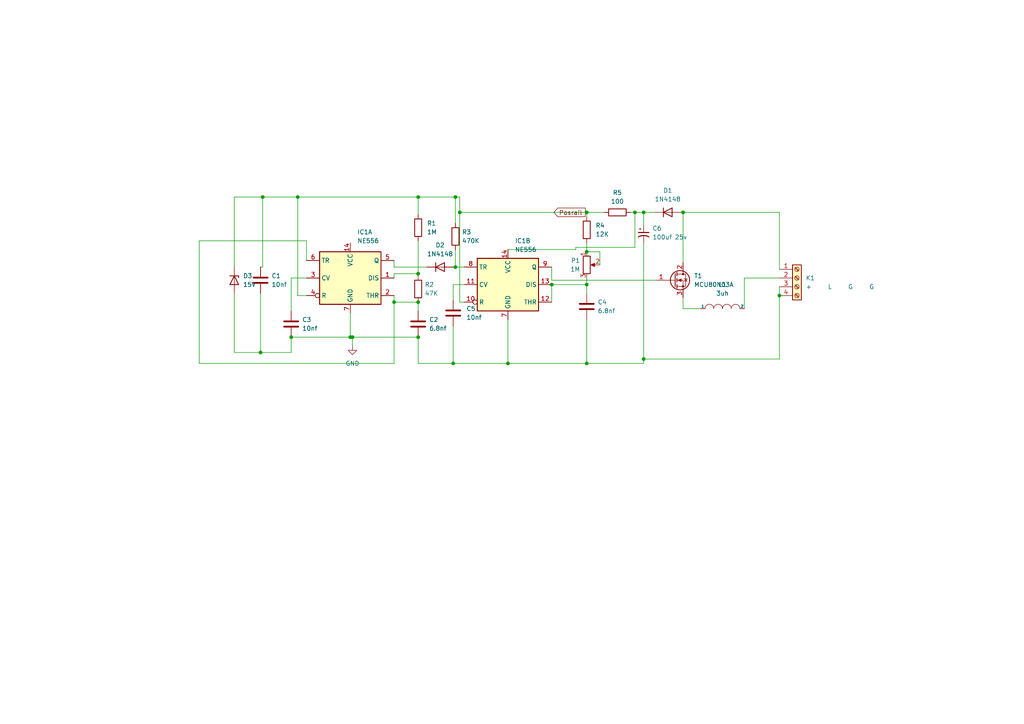
<source format=kicad_sch>
(kicad_sch (version 20211123) (generator eeschema)
  (paper "A4")
  (lib_symbols
    (symbol "Connector:Screw_Terminal_01x04" (pin_names (offset 1.016) hide)
      (property "Reference" "J" (at 0 5.08 0))
      (property "Value" "Screw_Terminal_01x04" (at 0 -7.62 0))
      (symbol "Screw_Terminal_01x04_1_1"
        (rectangle (start -1.27 3.81) (end 1.27 -6.35) (stroke (width 0.254)) (fill (type background)))
        (circle (center 0 -5.08) (radius 0.635) (stroke (width 0.1524)))
        (circle (center 0 -2.54) (radius 0.635) (stroke (width 0.1524)))
        (polyline (pts (xy -0.5334 -4.7498) (xy 0.3302 -5.588)) (stroke (width 0.1524)))
        (polyline (pts (xy -0.5334 -2.2098) (xy 0.3302 -3.048)) (stroke (width 0.1524)))
        (polyline (pts (xy -0.5334 0.3302) (xy 0.3302 -0.508)) (stroke (width 0.1524)))
        (polyline (pts (xy -0.5334 2.8702) (xy 0.3302 2.032)) (stroke (width 0.1524)))
        (polyline (pts (xy -0.3556 -4.572) (xy 0.508 -5.4102)) (stroke (width 0.1524)))
        (polyline (pts (xy -0.3556 -2.032) (xy 0.508 -2.8702)) (stroke (width 0.1524)))
        (polyline (pts (xy -0.3556 0.508) (xy 0.508 -0.3302)) (stroke (width 0.1524)))
        (polyline (pts (xy -0.3556 3.048) (xy 0.508 2.2098)) (stroke (width 0.1524)))
        (circle (center 0 0) (radius 0.635) (stroke (width 0.1524)))
        (circle (center 0 2.54) (radius 0.635) (stroke (width 0.1524)))
        (pin passive line (at -5.08 2.54 0) (length 3.81) (name "Pin_1") (number "1"))
        (pin passive line (at -5.08 0 0) (length 3.81) (name "Pin_2") (number "2"))
        (pin passive line (at -5.08 -2.54 0) (length 3.81) (name "Pin_3") (number "3"))
        (pin passive line (at -5.08 -5.08 0) (length 3.81) (name "Pin_4") (number "4"))
      )
    )
    (symbol "Device:C" (pin_numbers hide) (pin_names (offset 0.254))
      (property "Reference" "C" (at 0.635 2.54 0))
      (property "Value" "C" (at 0.635 -2.54 0))
      (symbol "C_0_1"
        (polyline (pts (xy -2.032 -0.762) (xy 2.032 -0.762)) (stroke (width 0.508)))
        (polyline (pts (xy -2.032 0.762) (xy 2.032 0.762)) (stroke (width 0.508)))
      )
      (symbol "C_1_1"
        (pin passive line (at 0 3.81 270) (length 2.794) (name "~") (number "1"))
        (pin passive line (at 0 -3.81 90) (length 2.794) (name "~") (number "2"))
      )
    )
    (symbol "Device:C_Polarized_Small_US" (pin_numbers hide) (pin_names (offset 0.254) hide)
      (property "Reference" "C" (at 0.254 1.778 0))
      (property "Value" "C_Polarized_Small_US" (at 0.254 -2.032 0))
      (symbol "C_Polarized_Small_US_0_1"
        (polyline (pts (xy -1.524 0.508) (xy 1.524 0.508)) (stroke (width 0.3048)))
        (polyline (pts (xy -1.27 1.524) (xy -0.762 1.524)))
        (polyline (pts (xy -1.016 1.27) (xy -1.016 1.778)))
        (arc (start 1.524 -0.762) (mid 0 -0.3734) (end -1.524 -0.762) (stroke (width 0.3048)))
      )
      (symbol "C_Polarized_Small_US_1_1"
        (pin passive line (at 0 2.54 270) (length 2.032) (name "~") (number "1"))
        (pin passive line (at 0 -2.54 90) (length 2.032) (name "~") (number "2"))
      )
    )
    (symbol "Device:D_Zener" (pin_numbers hide) (pin_names (offset 1.016) hide)
      (property "Reference" "D" (at 0 2.54 0))
      (property "Value" "D_Zener" (at 0 -2.54 0))
      (symbol "D_Zener_0_1"
        (polyline (pts (xy 1.27 0) (xy -1.27 0)))
        (polyline (pts (xy -1.27 -1.27) (xy -1.27 1.27) (xy -0.762 1.27)) (stroke (width 0.254)))
        (polyline (pts (xy 1.27 -1.27) (xy 1.27 1.27) (xy -1.27 0) (xy 1.27 -1.27)) (stroke (width 0.254)))
      )
      (symbol "D_Zener_1_1"
        (pin passive line (at -3.81 0 0) (length 2.54) (name "K") (number "1"))
        (pin passive line (at 3.81 0 180) (length 2.54) (name "A") (number "2"))
      )
    )
    (symbol "Device:Q_NMOS_GDS" (pin_names (offset 0) hide)
      (property "Reference" "Q" (at 5.08 1.27 0))
      (property "Value" "Q_NMOS_GDS" (at 5.08 -1.27 0))
      (symbol "Q_NMOS_GDS_0_1"
        (polyline (pts (xy 0.254 0) (xy -2.54 0)))
        (polyline (pts (xy 0.254 1.905) (xy 0.254 -1.905)) (stroke (width 0.254)))
        (polyline (pts (xy 0.762 -1.27) (xy 0.762 -2.286)) (stroke (width 0.254)))
        (polyline (pts (xy 0.762 0.508) (xy 0.762 -0.508)) (stroke (width 0.254)))
        (polyline (pts (xy 0.762 2.286) (xy 0.762 1.27)) (stroke (width 0.254)))
        (polyline (pts (xy 2.54 2.54) (xy 2.54 1.778)))
        (polyline (pts (xy 2.54 -2.54) (xy 2.54 0) (xy 0.762 0)))
        (polyline (pts (xy 0.762 -1.778) (xy 3.302 -1.778) (xy 3.302 1.778) (xy 0.762 1.778)))
        (polyline (pts (xy 1.016 0) (xy 2.032 0.381) (xy 2.032 -0.381) (xy 1.016 0)) (fill (type outline)))
        (polyline (pts (xy 2.794 0.508) (xy 2.921 0.381) (xy 3.683 0.381) (xy 3.81 0.254)))
        (polyline (pts (xy 3.302 0.381) (xy 2.921 -0.254) (xy 3.683 -0.254) (xy 3.302 0.381)))
        (circle (center 1.651 0) (radius 2.794) (stroke (width 0.254)))
        (circle (center 2.54 -1.778) (radius 0.254) (fill (type outline)))
        (circle (center 2.54 1.778) (radius 0.254) (fill (type outline)))
      )
      (symbol "Q_NMOS_GDS_1_1"
        (pin input line (at -5.08 0 0) (length 2.54) (name "G") (number "1"))
        (pin passive line (at 2.54 5.08 270) (length 2.54) (name "D") (number "2"))
        (pin passive line (at 2.54 -5.08 90) (length 2.54) (name "S") (number "3"))
      )
    )
    (symbol "Device:R" (pin_numbers hide) (pin_names (offset 0))
      (property "Reference" "R" (at 2.032 0 90))
      (property "Value" "R" (at 0 0 90))
      (symbol "R_0_1"
        (rectangle (start -1.016 -2.54) (end 1.016 2.54) (stroke (width 0.254)))
      )
      (symbol "R_1_1"
        (pin passive line (at 0 3.81 270) (length 1.27) (name "~") (number "1"))
        (pin passive line (at 0 -3.81 90) (length 1.27) (name "~") (number "2"))
      )
    )
    (symbol "Device:R_Potentiometer" (pin_names (offset 1.016) hide)
      (property "Reference" "RV" (at -4.445 0 90))
      (property "Value" "R_Potentiometer" (at -2.54 0 90))
      (symbol "R_Potentiometer_0_1"
        (polyline (pts (xy 2.54 0) (xy 1.524 0)))
        (polyline (pts (xy 1.143 0) (xy 2.286 0.508) (xy 2.286 -0.508) (xy 1.143 0)) (fill (type outline)))
        (rectangle (start 1.016 2.54) (end -1.016 -2.54) (stroke (width 0.254)))
      )
      (symbol "R_Potentiometer_1_1"
        (pin passive line (at 0 3.81 270) (length 1.27) (name "1") (number "1"))
        (pin passive line (at 3.81 0 180) (length 1.27) (name "2") (number "2"))
        (pin passive line (at 0 -3.81 90) (length 1.27) (name "3") (number "3"))
      )
    )
    (symbol "Diode:1N4148" (pin_numbers hide) (pin_names (offset 1.016) hide)
      (property "Reference" "D" (at 0 2.54 0))
      (property "Value" "1N4148" (at 0 -2.54 0))
      (symbol "1N4148_0_1"
        (polyline (pts (xy -1.27 1.27) (xy -1.27 -1.27)) (stroke (width 0.254)))
        (polyline (pts (xy 1.27 0) (xy -1.27 0)))
        (polyline (pts (xy 1.27 1.27) (xy 1.27 -1.27) (xy -1.27 0) (xy 1.27 1.27)) (stroke (width 0.254)))
      )
      (symbol "1N4148_1_1"
        (pin passive line (at -3.81 0 0) (length 2.54) (name "K") (number "1"))
        (pin passive line (at 3.81 0 180) (length 2.54) (name "A") (number "2"))
      )
    )
    (symbol "Timer:NE556"
      (property "Reference" "U" (at -10.16 8.89 0))
      (property "Value" "NE556" (at -10.16 -8.89 0))
      (symbol "NE556_0_0"
        (pin power_in line (at 0 10.16 270) (length 2.54) (name "VCC") (number "14"))
        (pin power_in line (at 0 -10.16 90) (length 2.54) (name "GND") (number "7"))
      )
      (symbol "NE556_0_1"
        (rectangle (start -8.89 -7.62) (end 8.89 7.62) (stroke (width 0.254)) (fill (type background)))
        (rectangle (start -8.89 -7.62) (end 8.89 7.62) (stroke (width 0.254)) (fill (type background)))
      )
      (symbol "NE556_1_1"
        (pin input line (at 12.7 0 180) (length 3.81) (name "DIS") (number "1"))
        (pin input line (at 12.7 -5.08 180) (length 3.81) (name "THR") (number "2"))
        (pin input line (at -12.7 0 0) (length 3.81) (name "CV") (number "3"))
        (pin input inverted (at -12.7 -5.08 0) (length 3.81) (name "R") (number "4"))
        (pin output line (at 12.7 5.08 180) (length 3.81) (name "Q") (number "5"))
        (pin input line (at -12.7 5.08 0) (length 3.81) (name "TR") (number "6"))
      )
      (symbol "NE556_2_1"
        (pin input inverted (at -12.7 -5.08 0) (length 3.81) (name "R") (number "10"))
        (pin input line (at -12.7 0 0) (length 3.81) (name "CV") (number "11"))
        (pin input line (at 12.7 -5.08 180) (length 3.81) (name "THR") (number "12"))
        (pin input line (at 12.7 0 180) (length 3.81) (name "DIS") (number "13"))
        (pin input line (at -12.7 5.08 0) (length 3.81) (name "TR") (number "8"))
        (pin output line (at 12.7 5.08 180) (length 3.81) (name "Q") (number "9"))
      )
    )
    (symbol "power:GND" (power) (pin_names (offset 0))
      (property "Value" "GND" (at 0 -3.81 0))
      (symbol "GND_0_1"
        (polyline (pts (xy 0 0) (xy 0 -1.27) (xy 1.27 -1.27) (xy 0 -2.54) (xy -1.27 -1.27) (xy 0 -1.27)))
      )
      (symbol "GND_1_1"
        (pin power_in line (at 0 0 270) (length 0) hide (name "GND") (number "1"))
      )
    )
    (symbol "pspice:INDUCTOR" (pin_numbers hide) (pin_names (offset 0))
      (property "Reference" "L" (at 0 2.54 0))
      (property "Value" "INDUCTOR" (at 0 -1.27 0))
      (symbol "INDUCTOR_0_1"
        (arc (start -2.54 0) (mid -3.81 1.27) (end -5.08 0))
        (arc (start 0 0) (mid -1.27 1.27) (end -2.54 0))
        (arc (start 2.54 0) (mid 1.27 1.27) (end 0 0))
        (arc (start 5.08 0) (mid 3.81 1.27) (end 2.54 0))
      )
      (symbol "INDUCTOR_1_1"
        (pin input line (at -6.35 0 0) (length 1.27) (name "1") (number "1"))
        (pin input line (at 6.35 0 180) (length 1.27) (name "2") (number "2"))
      )
    )
  )
  (junction (at 132.08 57.15))
  (junction (at 147.32 105.41))
  (junction (at 186.69 61.595))
  (junction (at 114.3 87.63))
  (junction (at 76.2 57.15))
  (junction (at 160.02 82.55))
  (junction (at 184.15 61.595))
  (junction (at 186.69 104.14))
  (junction (at 86.36 57.15))
  (junction (at 170.18 61.595))
  (junction (at 133.35 61.595))
  (junction (at 198.12 61.595))
  (junction (at 84.455 97.79))
  (junction (at 170.18 82.55))
  (junction (at 170.18 105.41))
  (junction (at 170.18 73.025))
  (junction (at 75.565 102.235))
  (junction (at 226.06 85.725))
  (junction (at 131.445 105.41))
  (junction (at 102.235 97.79))
  (junction (at 121.285 57.15))
  (junction (at 121.285 97.79))
  (junction (at 121.285 79.375))
  (junction (at 101.6 97.79))
  (junction (at 121.285 87.63))
  (junction (at 132.08 77.47))
  (wire (pts (xy 167.005 71.755) (xy 184.15 71.755)))
  (wire (pts (xy 114.3 75.565) (xy 114.3 77.47)))
  (wire (pts (xy 121.285 69.85) (xy 121.285 79.375)))
  (wire (pts (xy 114.3 79.375) (xy 121.285 79.375)))
  (wire (pts (xy 170.18 92.71) (xy 170.18 105.41)))
  (wire (pts (xy 86.36 57.15) (xy 86.36 85.725)))
  (wire (pts (xy 114.3 87.63) (xy 114.3 105.41)))
  (wire (pts (xy 170.18 105.41) (xy 147.32 105.41)))
  (wire (pts (xy 67.945 57.15) (xy 76.2 57.15)))
  (wire (pts (xy 84.455 80.645) (xy 88.9 80.645)))
  (wire (pts (xy 226.06 83.185) (xy 226.06 85.725)))
  (wire (pts (xy 76.2 57.15) (xy 76.2 77.47)))
  (wire (pts (xy 173.99 76.835) (xy 173.99 73.025)))
  (wire (pts (xy 67.945 102.235) (xy 75.565 102.235)))
  (wire (pts (xy 121.285 97.79) (xy 121.285 105.41)))
  (wire (pts (xy 84.455 102.235) (xy 84.455 97.79)))
  (wire (pts (xy 133.35 87.63) (xy 133.35 61.595)))
  (wire (pts (xy 170.18 80.645) (xy 170.18 82.55)))
  (wire (pts (xy 134.62 87.63) (xy 133.35 87.63)))
  (wire (pts (xy 147.32 72.39) (xy 167.005 72.39)))
  (wire (pts (xy 198.12 89.535) (xy 203.2 89.535)))
  (wire (pts (xy 133.35 61.595) (xy 170.18 61.595)))
  (wire (pts (xy 57.785 69.85) (xy 88.9 69.85)))
  (wire (pts (xy 170.18 70.485) (xy 170.18 73.025)))
  (wire (pts (xy 132.08 57.15) (xy 121.285 57.15)))
  (wire (pts (xy 101.6 90.805) (xy 101.6 97.79)))
  (wire (pts (xy 102.235 97.79) (xy 102.235 100.33)))
  (wire (pts (xy 102.235 97.79) (xy 121.285 97.79)))
  (wire (pts (xy 160.02 82.55) (xy 160.02 87.63)))
  (wire (pts (xy 57.785 105.41) (xy 57.785 69.85)))
  (wire (pts (xy 75.565 85.09) (xy 75.565 102.235)))
  (wire (pts (xy 160.02 81.28) (xy 190.5 81.28)))
  (wire (pts (xy 182.88 61.595) (xy 184.15 61.595)))
  (wire (pts (xy 215.9 89.535) (xy 215.9 80.645)))
  (wire (pts (xy 170.18 82.55) (xy 170.18 85.09)))
  (wire (pts (xy 167.005 72.39) (xy 167.005 71.755)))
  (wire (pts (xy 132.08 77.47) (xy 134.62 77.47)))
  (wire (pts (xy 131.445 82.55) (xy 131.445 86.995)))
  (wire (pts (xy 75.565 102.235) (xy 84.455 102.235)))
  (wire (pts (xy 86.36 57.15) (xy 121.285 57.15)))
  (wire (pts (xy 84.455 97.79) (xy 101.6 97.79)))
  (wire (pts (xy 67.945 85.09) (xy 67.945 102.235)))
  (wire (pts (xy 170.18 61.595) (xy 170.18 62.865)))
  (wire (pts (xy 121.285 79.375) (xy 121.285 80.01)))
  (wire (pts (xy 186.69 104.14) (xy 186.69 105.41)))
  (wire (pts (xy 131.445 94.615) (xy 131.445 105.41)))
  (wire (pts (xy 88.9 69.85) (xy 88.9 75.565)))
  (wire (pts (xy 184.15 61.595) (xy 186.69 61.595)))
  (wire (pts (xy 88.9 85.725) (xy 86.36 85.725)))
  (wire (pts (xy 131.445 77.47) (xy 132.08 77.47)))
  (wire (pts (xy 114.3 80.645) (xy 114.3 79.375)))
  (wire (pts (xy 198.12 61.595) (xy 226.06 61.595)))
  (wire (pts (xy 198.12 61.595) (xy 198.12 76.2)))
  (wire (pts (xy 197.485 61.595) (xy 198.12 61.595)))
  (wire (pts (xy 186.69 61.595) (xy 186.69 65.405)))
  (wire (pts (xy 76.2 57.15) (xy 86.36 57.15)))
  (wire (pts (xy 198.12 86.36) (xy 198.12 89.535)))
  (wire (pts (xy 226.06 85.725) (xy 226.06 104.14)))
  (wire (pts (xy 114.3 85.725) (xy 114.3 87.63)))
  (wire (pts (xy 121.285 105.41) (xy 131.445 105.41)))
  (wire (pts (xy 132.08 72.39) (xy 132.08 77.47)))
  (wire (pts (xy 160.02 77.47) (xy 160.02 81.28)))
  (wire (pts (xy 67.945 77.47) (xy 67.945 57.15)))
  (wire (pts (xy 226.06 61.595) (xy 226.06 78.105)))
  (wire (pts (xy 114.3 77.47) (xy 123.825 77.47)))
  (wire (pts (xy 186.69 70.485) (xy 186.69 104.14)))
  (wire (pts (xy 147.32 92.71) (xy 147.32 105.41)))
  (wire (pts (xy 215.9 80.645) (xy 226.06 80.645)))
  (wire (pts (xy 133.35 57.15) (xy 132.08 57.15)))
  (wire (pts (xy 121.285 57.15) (xy 121.285 62.23)))
  (wire (pts (xy 131.445 82.55) (xy 134.62 82.55)))
  (wire (pts (xy 132.08 64.77) (xy 132.08 57.15)))
  (wire (pts (xy 133.35 61.595) (xy 133.35 57.15)))
  (wire (pts (xy 173.99 73.025) (xy 170.18 73.025)))
  (wire (pts (xy 186.69 104.14) (xy 226.06 104.14)))
  (wire (pts (xy 121.285 87.63) (xy 121.285 90.17)))
  (wire (pts (xy 186.69 61.595) (xy 189.865 61.595)))
  (wire (pts (xy 76.2 77.47) (xy 75.565 77.47)))
  (wire (pts (xy 114.3 87.63) (xy 121.285 87.63)))
  (wire (pts (xy 114.3 105.41) (xy 57.785 105.41)))
  (wire (pts (xy 184.15 71.755) (xy 184.15 61.595)))
  (wire (pts (xy 160.02 82.55) (xy 170.18 82.55)))
  (wire (pts (xy 101.6 97.79) (xy 102.235 97.79)))
  (wire (pts (xy 84.455 90.17) (xy 84.455 80.645)))
  (wire (pts (xy 175.26 61.595) (xy 170.18 61.595)))
  (wire (pts (xy 147.32 105.41) (xy 131.445 105.41)))
  (wire (pts (xy 186.69 105.41) (xy 170.18 105.41)))
  (global_label "Posrail" (shape input) (at 160.655 61.595 0) (property "Intersheet References" "${INTERSHEET_REFS}" (effects hide)))
  (symbol (lib_id "Diode:1N4148") (at 127.635 77.47 0) (unit 1)
    (property "Reference" "D2" (at 127.635 71.12 0))
    (property "Value" "1N4148" (at 127.635 73.66 0))
    (property "Footprint" "Diode_SMD:D_SOD-323" (effects hide))
    (property "Datasheet" "https://assets.nexperia.com/documents/data-sheet/1N4148_1N4448.pdf" (effects hide))
    (property "Mouser Part Number" "833-1N4148WX-TP" (effects hide))
  )
  (symbol (lib_id "Device:R") (at 179.07 61.595 90) (unit 1)
    (property "Reference" "R5" (at 179.07 55.88 90))
    (property "Value" "100" (at 179.07 58.42 90))
    (property "Footprint" "Resistor_SMD:R_0805_2012Metric" (effects hide))
    (property "Mouser Part Number" "603-RC0805FR-07100RP" (effects hide))
  )
  (symbol (lib_id "Timer:NE556") (at 147.32 82.55 0) (unit 2)
    (property "Reference" "IC1" (at 149.3394 69.85 0) (effects (justify left)))
    (property "Value" "NE556" (at 149.3394 72.39 0) (effects (justify left)))
    (property "Datasheet" "http://www.ti.com/lit/ds/symlink/ne556.pdf" (effects hide))
  )
  (symbol (lib_id "pspice:INDUCTOR") (at 209.55 89.535 0) (unit 1)
    (property "Reference" "L1" (at 209.55 82.55 0))
    (property "Value" "3uh" (at 209.55 85.09 0))
    (property "Footprint" "Inductor_SMD:L_Bourns-SRU1028_10.0x10.0mm" (effects hide))
    (property "Mouser Part Number" "652-SRU1048-3R0Y" (effects hide))
  )
  (symbol (lib_id "Timer:NE556") (at 101.6 80.645 0) (unit 1)
    (property "Reference" "IC1" (at 103.6194 67.31 0) (effects (justify left)))
    (property "Value" "NE556" (at 103.6194 69.85 0) (effects (justify left)))
    (property "Footprint" "Package_SO:SOIC-14_3.9x8.7mm_P1.27mm" (effects hide))
    (property "Datasheet" "http://www.ti.com/lit/ds/symlink/ne556.pdf" (effects hide))
    (property "Mouser Part Number" "511-TS556IDTTR" (effects hide))
  )
  (symbol (lib_id "Device:R") (at 121.285 66.04 0) (unit 1)
    (property "Reference" "R1" (at 123.825 64.7699 0) (effects (justify left)))
    (property "Value" "1M" (at 123.825 67.3099 0) (effects (justify left)))
    (property "Footprint" "Resistor_SMD:R_0603_1608Metric" (effects hide))
    (property "Mouser Part Number" "603-RC0603FR-071ML" (effects hide))
  )
  (symbol (lib_id "Device:R") (at 121.285 83.82 0) (unit 1)
    (property "Reference" "R2" (at 123.19 82.5499 0) (effects (justify left)))
    (property "Value" "47K" (at 123.19 85.0899 0) (effects (justify left)))
    (property "Footprint" "Resistor_SMD:R_0603_1608Metric" (effects hide))
    (property "Mouser Part Number" "603-AC0603FR-1347KL" (effects hide))
  )
  (symbol (lib_id "Device:Q_NMOS_GDS") (at 195.58 81.28 0) (unit 1)
    (property "Reference" "T1" (at 201.295 80.0099 0) (effects (justify left)))
    (property "Value" "MCU80N03A" (at 201.295 82.5499 0) (effects (justify left)))
    (property "Footprint" "Package_TO_SOT_SMD:TO-252-3_TabPin2" (effects hide))
    (property "Mouser Part Number" "833-MCU80N03A-TP" (effects hide))
  )
  (symbol (lib_id "Device:R") (at 132.08 68.58 0) (unit 1)
    (property "Reference" "R3" (at 133.985 67.3099 0) (effects (justify left)))
    (property "Value" "470K" (at 133.985 69.8499 0) (effects (justify left)))
    (property "Footprint" "Resistor_SMD:R_0603_1608Metric" (effects hide))
    (property "Mouser Part Number" "603-RC0603FR-10470KL" (effects hide))
  )
  (symbol (lib_id "Device:C") (at 84.455 93.98 0) (unit 1)
    (property "Reference" "C3" (at 87.63 92.7099 0) (effects (justify left)))
    (property "Value" "10nf" (at 87.63 95.2499 0) (effects (justify left)))
    (property "Footprint" "Capacitor_SMD:C_0603_1608Metric" (effects hide))
    (property "Mouser Part Number" "80-C0603C103J5RAC" (effects hide))
  )
  (symbol (lib_id "Device:R_Potentiometer") (at 170.18 76.835 0) (unit 1)
    (property "Reference" "P1" (at 168.275 75.5649 0) (effects (justify right)))
    (property "Value" "1M" (at 168.275 78.1049 0) (effects (justify right)))
    (property "Footprint" "Potentiometer_SMD:Potentiometer_Bourns_3314J_Vertical" (effects hide))
    (property "Mouser Part Number" "652-3314J-1-105E" (effects hide))
  )
  (symbol (lib_id "Device:R") (at 170.18 66.675 0) (unit 1)
    (property "Reference" "R4" (at 172.72 65.4049 0) (effects (justify left)))
    (property "Value" "12K" (at 172.72 67.9449 0) (effects (justify left)))
    (property "Footprint" "Resistor_SMD:R_0603_1608Metric" (effects hide))
    (property "Mouser Part Number" "603-AC0603FR-0712KL" (effects hide))
  )
  (symbol (lib_id "Device:C") (at 170.18 88.9 0) (unit 1)
    (property "Reference" "C4" (at 173.355 87.6299 0) (effects (justify left)))
    (property "Value" "6.8nf" (at 173.355 90.1699 0) (effects (justify left)))
    (property "Footprint" "Capacitor_SMD:C_0603_1608Metric" (effects hide))
    (property "Mouser Part Number" "80-C0603C103J5RAC" (effects hide))
  )
  (symbol (lib_id "Connector:Screw_Terminal_01x04") (at 231.14 80.645 0) (unit 1)
    (property "Reference" "K1" (at 233.68 80.6449 0) (effects (justify left)))
    (property "Value" "+     L     G     G" (at 233.68 83.1849 0) (effects (justify left)))
    (property "Footprint" "TerminalBlock_Phoenix:TerminalBlock_Phoenix_MKDS-1,5-4-5.08_1x04_P5.08mm_Horizontal" (effects hide))
    (property "Mouser Part Number" "651-1715747" (effects hide))
  )
  (symbol (lib_id "Device:C_Polarized_Small_US") (at 186.69 67.945 0) (unit 1)
    (property "Reference" "C6" (at 189.23 66.2431 0) (effects (justify left)))
    (property "Value" "100uf 25v" (at 189.23 68.7831 0) (effects (justify left)))
    (property "Footprint" "Capacitor_Tantalum_SMD:CP_EIA-7343-31_Kemet-D" (effects hide))
    (property "Mouser Part Number" "80-T521D107M25AT7280" (effects hide))
  )
  (symbol (lib_id "power:GND") (at 102.235 100.33 0) (unit 1)
    (property "Reference" "#PWR0101" (effects hide))
    (property "Value" "GND" (at 102.235 105.41 0))
  )
  (symbol (lib_id "Device:C") (at 121.285 93.98 0) (unit 1)
    (property "Reference" "C2" (at 124.46 92.7099 0) (effects (justify left)))
    (property "Value" "6.8nf" (at 124.46 95.2499 0) (effects (justify left)))
    (property "Footprint" "Capacitor_SMD:C_0603_1608Metric" (effects hide))
    (property "Mouser Part Number" "80-C0603C682K5R" (effects hide))
  )
  (symbol (lib_id "Device:D_Zener") (at 67.945 81.28 270) (unit 1)
    (property "Reference" "D3" (at 70.485 80.0099 90) (effects (justify left)))
    (property "Value" "15V" (at 70.485 82.5499 90) (effects (justify left)))
    (property "Footprint" "Diode_SMD:D_SOD-123" (effects hide))
    (property "Mouser Part Number" "833-MMSZ4702-TP" (effects hide))
  )
  (symbol (lib_id "Diode:1N4148") (at 193.675 61.595 0) (unit 1)
    (property "Reference" "D1" (at 193.675 55.245 0))
    (property "Value" "1N4148" (at 193.675 57.785 0))
    (property "Footprint" "Diode_SMD:D_SOD-323" (effects hide))
    (property "Datasheet" "https://assets.nexperia.com/documents/data-sheet/1N4148_1N4448.pdf" (effects hide))
    (property "Mouser Part Number" "833-1N4148WX-TP" (effects hide))
  )
  (symbol (lib_id "Device:C") (at 131.445 90.805 0) (unit 1)
    (property "Reference" "C5" (at 135.255 89.5349 0) (effects (justify left)))
    (property "Value" "10nf" (at 135.255 92.0749 0) (effects (justify left)))
    (property "Footprint" "Capacitor_SMD:C_0603_1608Metric" (effects hide))
    (property "Mouser Part Number" "80-C0603C103J5RAC" (effects hide))
  )
  (symbol (lib_id "Device:C") (at 75.565 81.28 0) (unit 1)
    (property "Reference" "C1" (at 78.74 80.0099 0) (effects (justify left)))
    (property "Value" "10nf" (at 78.74 82.5499 0) (effects (justify left)))
    (property "Footprint" "Capacitor_SMD:C_0603_1608Metric" (effects hide))
    (property "Mouser Part Number" "80-C0603C103J5RAC" (effects hide))
  )
)
</source>
